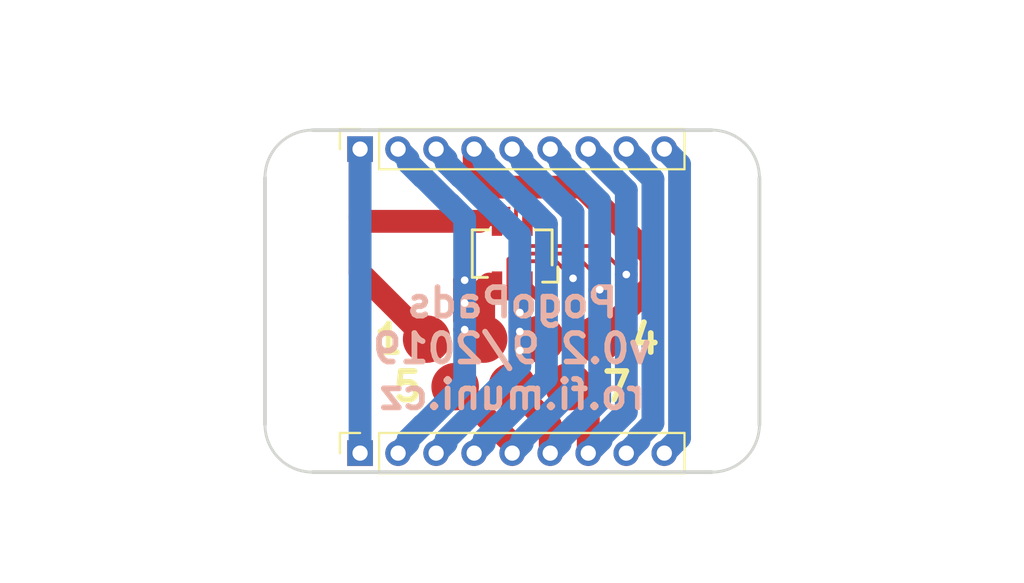
<source format=kicad_pcb>
(kicad_pcb (version 20211014) (generator pcbnew)
  (layers (0 "F.Cu" signal) (31 "B.Cu" signal) (34 "B.Paste" user) (35 "F.Paste" user) (36 "B.SilkS" user "B.Silkscreen") (37 "F.SilkS" user "F.Silkscreen") (38 "B.Mask" user) (39 "F.Mask" user) (44 "Edge.Cuts" user))
  (net 0 "")
  (net 1 "1")
  (net 2 "2")
  (net 3 "3")
  (net 4 "4")
  (net 5 "5")
  (net 6 "6")
  (net 7 "7")
  (net 8 "8")
  (net 9 "9")
  (net 10 "Net-(J4-Pad6)")
  (footprint "rofi:pogo_pads_4_3" (layer "F.Cu") (at 118.5 70)
    (fp_text reference "J3" hide)
    (fp_text value "POGO")
    (pad "1" smd circle (at -4.5 0) (size 2.5 2.5) (layers "F.Cu" "F.Paste" "F.Mask") (net 1 "1"))
    (pad "2" smd circle (at -1.5 0) (size 2.5 2.5) (layers "F.Cu" "F.Paste" "F.Mask") (net 2 "2"))
    (pad "3" smd circle (at 1.5 0) (size 2.5 2.5) (layers "F.Cu" "F.Paste" "F.Mask") (net 3 "3"))
    (pad "4" smd circle (at 4.5 0) (size 2.5 2.5) (layers "F.Cu" "F.Paste" "F.Mask") (net 4 "4"))
    (pad "5" smd circle (at -3 2.5) (size 2.5 2.5) (layers "F.Cu" "F.Paste" "F.Mask") (net 5 "5"))
    (pad "6" smd circle (at 0 2.5) (size 2.5 2.5) (layers "F.Cu" "F.Paste" "F.Mask") (net 6 "6"))
    (pad "7" smd circle (at 3 2.5) (size 2.5 2.5) (layers "F.Cu" "F.Paste" "F.Mask") (net 7 "7"))
  )
  (footprint "MountingHole:MountingHole_2mm" (layer "F.Cu") (at 129.2 68)
    (fp_text reference "H1" hide)
    (fp_text value "MountingHole")
    (pad "" np_thru_hole circle locked (at 0 0) (size 2 2) (drill 2) (layers *.Cu *.Mask))
  )
  (footprint "MountingHole:MountingHole_2mm" (layer "F.Cu") (at 107.8 67.9)
    (fp_text reference "H2" hide)
    (fp_text value "MountingHole")
    (pad "" np_thru_hole circle locked (at 0 0) (size 2 2) (drill 2) (layers *.Cu *.Mask))
  )
  (footprint "Connector_PinSocket_2.00mm:PinSocket_1x09_P2.00mm_Vertical" (layer "F.Cu") (at 110.5 76 90)
    (fp_text reference "J1" hide)
    (fp_text value "IN")
    (fp_line (start 1.06 -1.06) (end 1.06 0) (layer "F.SilkS") (width 0.12))
    (fp_line (start -1.06 1) (end 1.06 1) (layer "F.SilkS") (width 0.12))
    (fp_line (start -1.06 1) (end -1.06 17.06) (layer "F.SilkS") (width 0.12))
    (fp_line (start 1.06 1) (end 1.06 17.06) (layer "F.SilkS") (width 0.12))
    (fp_line (start -1.06 17.06) (end 1.06 17.06) (layer "F.SilkS") (width 0.12))
    (fp_line (start 0 -1.06) (end 1.06 -1.06) (layer "F.SilkS") (width 0.12))
    (pad "1" thru_hole rect locked (at 0 0 90) (size 1.35 1.35) (drill 0.8) (layers *.Cu *.Mask) (net 1 "1"))
    (pad "2" thru_hole oval locked (at 0 2 90) (size 1.35 1.35) (drill 0.8) (layers *.Cu *.Mask) (net 2 "2"))
    (pad "3" thru_hole oval locked (at 0 4 90) (size 1.35 1.35) (drill 0.8) (layers *.Cu *.Mask) (net 3 "3"))
    (pad "4" thru_hole oval locked (at 0 6 90) (size 1.35 1.35) (drill 0.8) (layers *.Cu *.Mask) (net 4 "4"))
    (pad "5" thru_hole oval locked (at 0 8 90) (size 1.35 1.35) (drill 0.8) (layers *.Cu *.Mask) (net 5 "5"))
    (pad "6" thru_hole oval locked (at 0 10 90) (size 1.35 1.35) (drill 0.8) (layers *.Cu *.Mask) (net 6 "6"))
    (pad "7" thru_hole oval locked (at 0 12 90) (size 1.35 1.35) (drill 0.8) (layers *.Cu *.Mask) (net 7 "7"))
    (pad "8" thru_hole oval locked (at 0 14 90) (size 1.35 1.35) (drill 0.8) (layers *.Cu *.Mask) (net 8 "8"))
    (pad "9" thru_hole oval locked (at 0 16 90) (size 1.35 1.35) (drill 0.8) (layers *.Cu *.Mask) (net 9 "9"))
  )
  (footprint "Connector_PinSocket_2.00mm:PinSocket_1x09_P2.00mm_Vertical" (layer "F.Cu") (at 110.5 60 90)
    (fp_text reference "J2" hide)
    (fp_text value "OUT")
    (fp_line (start -1.06 1) (end 1.06 1) (layer "F.SilkS") (width 0.12))
    (fp_line (start -1.06 1) (end -1.06 17.06) (layer "F.SilkS") (width 0.12))
    (fp_line (start 1.06 -1.06) (end 1.06 0) (layer "F.SilkS") (width 0.12))
    (fp_line (start 0 -1.06) (end 1.06 -1.06) (layer "F.SilkS") (width 0.12))
    (fp_line (start 1.06 1) (end 1.06 17.06) (layer "F.SilkS") (width 0.12))
    (fp_line (start -1.06 17.06) (end 1.06 17.06) (layer "F.SilkS") (width 0.12))
    (pad "1" thru_hole rect locked (at 0 0 90) (size 1.35 1.35) (drill 0.8) (layers *.Cu *.Mask) (net 1 "1"))
    (pad "2" thru_hole oval locked (at 0 2 90) (size 1.35 1.35) (drill 0.8) (layers *.Cu *.Mask) (net 2 "2"))
    (pad "3" thru_hole oval locked (at 0 4 90) (size 1.35 1.35) (drill 0.8) (layers *.Cu *.Mask) (net 3 "3"))
    (pad "4" thru_hole oval locked (at 0 6 90) (size 1.35 1.35) (drill 0.8) (layers *.Cu *.Mask) (net 4 "4"))
    (pad "5" thru_hole oval locked (at 0 8 90) (size 1.35 1.35) (drill 0.8) (layers *.Cu *.Mask) (net 5 "5"))
    (pad "6" thru_hole oval locked (at 0 10 90) (size 1.35 1.35) (drill 0.8) (layers *.Cu *.Mask) (net 6 "6"))
    (pad "7" thru_hole oval locked (at 0 12 90) (size 1.35 1.35) (drill 0.8) (layers *.Cu *.Mask) (net 7 "7"))
    (pad "8" thru_hole oval locked (at 0 14 90) (size 1.35 1.35) (drill 0.8) (layers *.Cu *.Mask) (net 8 "8"))
    (pad "9" thru_hole oval locked (at 0 16 90) (size 1.35 1.35) (drill 0.8) (layers *.Cu *.Mask) (net 9 "9"))
  )
  (footprint "rofi:molex-505004-0812" (layer "F.Cu") (at 118.5 65.5 180)
    (fp_text reference "J4" hide)
    (fp_text value "Molex")
    (fp_line (start -2.4 -1.5) (end -2.4 -0.7) (layer "F.SilkS") (width 0.15))
    (fp_line (start -2.1 -0.6) (end -2.1 1.25) (layer "F.SilkS") (width 0.15))
    (fp_line (start -1.6 -1.5) (end -2.4 -1.5) (layer "F.SilkS") (width 0.15))
    (fp_line (start 2.1 -1.25) (end 1.3 -1.25) (layer "F.SilkS") (width 0.15))
    (fp_line (start 2.1 1.25) (end 2.1 -1.25) (layer "F.SilkS") (width 0.15))
    (fp_line (start 1.2 1.25) (end 2.1 1.25) (layer "F.SilkS") (width 0.15))
    (fp_line (start -2.1 1.25) (end -1.2 1.25) (layer "F.SilkS") (width 0.15))
    (pad "1" smd rect (at -0.8 -1.7 180) (size 0.55 1.524) (layers "F.Cu" "F.Paste" "F.Mask") (net 3 "3"))
    (pad "2" smd rect (at -0.8 1.7 180) (size 0.55 1.524) (layers "F.Cu" "F.Paste" "F.Mask") (net 4 "4"))
    (pad "3" smd rect (at -0.2 -1.7 180) (size 0.2 1.524) (layers "F.Cu" "F.Paste" "F.Mask") (net 5 "5"))
    (pad "4" smd rect (at -0.2 1.7 180) (size 0.2 1.524) (layers "F.Cu" "F.Paste" "F.Mask") (net 7 "7"))
    (pad "5" smd rect (at 0.2 -1.7 180) (size 0.2 1.524) (layers "F.Cu" "F.Paste" "F.Mask") (net 6 "6"))
    (pad "6" smd rect (at 0.2 1.7 180) (size 0.2 1.524) (layers "F.Cu" "F.Paste" "F.Mask") (net 10 "Net-(J4-Pad6)"))
    (pad "7" smd rect (at 0.8 -1.7 180) (size 0.55 1.524) (layers "F.Cu" "F.Paste" "F.Mask") (net 2 "2"))
    (pad "8" smd rect (at 0.8 1.7 180) (size 0.55 1.524) (layers "F.Cu" "F.Paste" "F.Mask") (net 1 "1"))
  )
  (gr_line (start 108 59) (end 129 59) (layer "Edge.Cuts") (width 0.2))
  (gr_arc (start 105.5 61.5) (mid 106.232233 59.732233) (end 108 59) (layer "Edge.Cuts") (width 0.15))
  (gr_line (start 105.5 61.5) (end 105.5 74.5) (layer "Edge.Cuts") (width 0.2))
  (gr_line (start 131.5 74.5) (end 131.5 61.5) (layer "Edge.Cuts") (width 0.2))
  (gr_arc (start 108 77) (mid 106.232233 76.267767) (end 105.5 74.5) (layer "Edge.Cuts") (width 0.15))
  (gr_line (start 108 77) (end 129 77) (layer "Edge.Cuts") (width 0.2))
  (gr_arc (start 129 59) (mid 130.767767 59.732233) (end 131.5 61.5) (layer "Edge.Cuts") (width 0.15))
  (gr_arc (start 131.5 74.5) (mid 130.767767 76.267767) (end 129 77) (layer "Edge.Cuts") (width 0.15))
  (gr_text "PogoPads\nv0.2 9/2019\nro.fi.muni.cz" (at 118.5 70.5) (layer "B.SilkS") (effects (font (size 1.5 1.5) (thickness 0.3)) (justify mirror)))
  (gr_text "4" (at 125.5 70) (layer "F.SilkS") (effects (font (size 1.5 1.5) (thickness 0.3))))
  (gr_text "7" (at 124 72.5) (layer "F.SilkS") (effects (font (size 1.5 1.5) (thickness 0.3))))
  (gr_text "5" (at 113 72.5) (layer "F.SilkS") (effects (font (size 1.5 1.5) (thickness 0.3))))
  (gr_text "1" (at 112 70) (layer "F.SilkS") (effects (font (size 1.5 1.5) (thickness 0.3))))
  (segment (start 110.725 63.8) (end 110.5 63.575) (width 1.2) (layer "F.Cu") (net 1))
  (segment (start 110.5 66.5) (end 114 70) (width 1.2) (layer "F.Cu") (net 1))
  (segment (start 110.5 63.575) (end 110.5 66.5) (width 1.2) (layer "F.Cu") (net 1))
  (segment (start 116.8 63.8) (end 110.725 63.8) (width 1.2) (layer "F.Cu") (net 1))
  (segment (start 110.5 63.575) (end 110.5 60.8) (width 1.2) (layer "F.Cu") (net 1))
  (segment (start 116.8 63.8) (end 117.7 63.8) (width 0.5) (layer "F.Cu") (net 1))
  (segment (start 110.5 60) (end 110.5 76) (width 1.2) (layer "B.Cu") (net 1))
  (segment (start 116.000002 69.000002) (end 116.000002 66.900002) (width 1.2) (layer "F.Cu") (net 2))
  (segment (start 117 67.4) (end 117 70) (width 1.2) (layer "F.Cu") (net 2))
  (segment (start 116.000002 69.000002) (end 117 70) (width 1.2) (layer "F.Cu") (net 2))
  (segment (start 116.000002 68.1) (end 116.000002 69.000002) (width 1.2) (layer "F.Cu") (net 2))
  (segment (start 117 67.9) (end 117.7 67.2) (width 0.5) (layer "F.Cu") (net 2))
  (segment (start 116.000002 66.900002) (end 116 66.9) (width 1.2) (layer "F.Cu") (net 2))
  (segment (start 117.3 67.1) (end 117 67.4) (width 1.2) (layer "F.Cu") (net 2))
  (segment (start 116.5 70) (end 116 69.5) (width 1.2) (layer "F.Cu") (net 2))
  (segment (start 117 70) (end 116.5 70) (width 1.2) (layer "F.Cu") (net 2))
  (segment (start 117 69.743998) (end 117 70) (width 1.5) (layer "F.Cu") (net 2))
  (segment (start 116.000002 68.1) (end 116.000002 66.900002) (width 1.2) (layer "F.Cu") (net 2))
  (segment (start 117 69.454594) (end 117 70) (width 1.5) (layer "F.Cu") (net 2))
  (via (at 116.000002 68.1) (size 0.8) (drill 0.4) (layers "F.Cu" "B.Cu") (net 2))
  (via (at 116 69.5) (size 0.8) (drill 0.4) (layers "F.Cu" "B.Cu") (net 2))
  (via (at 116 66.9) (size 0.8) (drill 0.4) (layers "F.Cu" "B.Cu") (net 2))
  (segment (start 113.024999 60.708001) (end 113.791999 61.475001) (width 1.2) (layer "B.Cu") (net 2))
  (segment (start 116 69.5) (end 116 72.337086) (width 1.2) (layer "B.Cu") (net 2))
  (segment (start 112.5 60) (end 113.024999 60.524999) (width 1.2) (layer "B.Cu") (net 2))
  (segment (start 115.232184 62.875011) (end 116 63.642827) (width 1.2) (layer "B.Cu") (net 2))
  (segment (start 113.024999 75.291999) (end 113.024999 75.475001) (width 1.2) (layer "B.Cu") (net 2))
  (segment (start 113.024999 75.475001) (end 112.5 76) (width 1.2) (layer "B.Cu") (net 2))
  (segment (start 113.024999 60.524999) (end 113.024999 60.708001) (width 1.2) (layer "B.Cu") (net 2))
  (segment (start 115.212096 62.875011) (end 115.232184 62.875011) (width 1.2) (layer "B.Cu") (net 2))
  (segment (start 113.791999 61.475001) (end 113.812086 61.475001) (width 1.2) (layer "B.Cu") (net 2))
  (segment (start 113.812087 74.524999) (end 113.791999 74.524999) (width 1.2) (layer "B.Cu") (net 2))
  (segment (start 113.812086 61.475001) (end 115.212096 62.875011) (width 1.2) (layer "B.Cu") (net 2))
  (segment (start 116 63.642827) (end 116 69.5) (width 1.2) (layer "B.Cu") (net 2))
  (segment (start 116 72.337086) (end 113.812087 74.524999) (width 1.2) (layer "B.Cu") (net 2))
  (segment (start 113.791999 74.524999) (end 113.024999 75.291999) (width 1.2) (layer "B.Cu") (net 2))
  (segment (start 120 70) (end 119.3 70) (width 0.5) (layer "F.Cu") (net 3))
  (segment (start 120 70) (end 120 69.743998) (width 1.5) (layer "F.Cu") (net 3))
  (segment (start 119.3 70) (end 118.89994 69.59994) (width 0.5) (layer "F.Cu") (net 3))
  (segment (start 120 69.7) (end 118.89994 68.59994) (width 0.5) (layer "F.Cu") (net 3))
  (segment (start 120 70) (end 120 67.9) (width 0.5) (layer "F.Cu") (net 3))
  (segment (start 120 67.9) (end 119.3 67.2) (width 0.5) (layer "F.Cu") (net 3))
  (segment (start 119.5 70) (end 118.9 70.6) (width 0.5) (layer "F.Cu") (net 3))
  (segment (start 120 70) (end 119.5 70) (width 0.5) (layer "F.Cu") (net 3))
  (segment (start 120 70) (end 120 69.7) (width 0.5) (layer "F.Cu") (net 3))
  (via (at 118.89994 68.59994) (size 0.8) (drill 0.4) (layers "F.Cu" "B.Cu") (net 3))
  (via (at 118.9 70.6) (size 0.8) (drill 0.4) (layers "F.Cu" "B.Cu") (net 3))
  (via (at 118.89994 69.59994) (size 0.8) (drill 0.4) (layers "F.Cu" "B.Cu") (net 3))
  (segment (start 118.89994 68.59994) (end 118.89994 64.522679) (width 1.2) (layer "B.Cu") (net 3))
  (segment (start 118.652282 64.275021) (end 118.632193 64.275021) (width 1.2) (layer "B.Cu") (net 3))
  (segment (start 118.632193 64.275021) (end 117.232184 62.875011) (width 1.2) (layer "B.Cu") (net 3))
  (segment (start 117.212096 62.875011) (end 115.812086 61.475001) (width 1.2) (layer "B.Cu") (net 3))
  (segment (start 118.89994 64.522679) (end 118.652282 64.275021) (width 1.2) (layer "B.Cu") (net 3))
  (segment (start 115.024999 60.708001) (end 115.024999 60.524999) (width 1.2) (layer "B.Cu") (net 3))
  (segment (start 114.5 76) (end 115.024999 75.475001) (width 1.2) (layer "B.Cu") (net 3))
  (segment (start 115.791999 61.475001) (end 115.024999 60.708001) (width 1.2) (layer "B.Cu") (net 3))
  (segment (start 117.232184 62.875011) (end 117.212096 62.875011) (width 1.2) (layer "B.Cu") (net 3))
  (segment (start 115.024999 60.524999) (end 114.5 60) (width 1.2) (layer "B.Cu") (net 3))
  (segment (start 118.89994 69.59994) (end 118.89994 68.59994) (width 1.2) (layer "B.Cu") (net 3))
  (segment (start 115.812086 61.475001) (end 115.791999 61.475001) (width 1.2) (layer "B.Cu") (net 3))
  (segment (start 115.024999 75.475001) (end 115.024999 75.291999) (width 1.2) (layer "B.Cu") (net 3))
  (segment (start 118.89994 71.417058) (end 118.89994 69.59994) (width 1.2) (layer "B.Cu") (net 3))
  (segment (start 115.024999 75.291999) (end 118.89994 71.417058) (width 1.2) (layer "B.Cu") (net 3))
  (segment (start 122.176002 62) (end 125.800001 65.623999) (width 1.2) (layer "F.Cu") (net 4))
  (segment (start 119.3 62) (end 122.176002 62) (width 1.2) (layer "F.Cu") (net 4))
  (segment (start 117.5 62) (end 119.3 62) (width 1.2) (layer "F.Cu") (net 4))
  (segment (start 125.800001 65.623999) (end 125.800001 67.199999) (width 1.2) (layer "F.Cu") (net 4))
  (segment (start 116.5 60) (end 116.5 61) (width 1.2) (layer "F.Cu") (net 4))
  (segment (start 124.249999 68.750001) (end 123 70) (width 1.2) (layer "F.Cu") (net 4))
  (segment (start 116.5 61) (end 117.5 62) (width 1.2) (layer "F.Cu") (net 4))
  (segment (start 119.3 63.8) (end 119.3 62) (width 0.5) (layer "F.Cu") (net 4))
  (segment (start 125.800001 67.199999) (end 124.249999 68.750001) (width 1.2) (layer "F.Cu") (net 4))
  (segment (start 119.232183 73.124989) (end 119.212096 73.124989) (width 1.2) (layer "B.Cu") (net 4))
  (segment (start 119.212096 73.124989) (end 117.812086 74.524999) (width 1.2) (layer "B.Cu") (net 4))
  (segment (start 119.212096 62.875011) (end 119.232184 62.875011) (width 1.2) (layer "B.Cu") (net 4))
  (segment (start 119.232184 62.875011) (end 120.29995 63.942777) (width 1.2) (layer "B.Cu") (net 4))
  (segment (start 117.024999 60.708001) (end 117.791999 61.475001) (width 1.2) (layer "B.Cu") (net 4))
  (segment (start 120.29995 63.942777) (end 120.29995 72.057222) (width 1.2) (layer "B.Cu") (net 4))
  (segment (start 120.29995 72.057222) (end 119.232183 73.124989) (width 1.2) (layer "B.Cu") (net 4))
  (segment (start 117.791999 74.524999) (end 117.024999 75.291999) (width 1.2) (layer "B.Cu") (net 4))
  (segment (start 117.812086 61.475001) (end 119.212096 62.875011) (width 1.2) (layer "B.Cu") (net 4))
  (segment (start 116.5 60) (end 117.024999 60.524999) (width 1.2) (layer "B.Cu") (net 4))
  (segment (start 117.791999 61.475001) (end 117.812086 61.475001) (width 1.2) (layer "B.Cu") (net 4))
  (segment (start 117.024999 75.291999) (end 117.024999 75.475001) (width 1.2) (layer "B.Cu") (net 4))
  (segment (start 117.024999 75.475001) (end 116.5 76) (width 1.2) (layer "B.Cu") (net 4))
  (segment (start 117.812086 74.524999) (end 117.791999 74.524999) (width 1.2) (layer "B.Cu") (net 4))
  (segment (start 117.024999 60.524999) (end 117.024999 60.708001) (width 1.2) (layer "B.Cu") (net 4))
  (segment (start 120.8 65.9) (end 121.7 66.8) (width 0.2) (layer "F.Cu") (net 5))
  (segment (start 119.022998 65.9) (end 120.8 65.9) (width 0.2) (layer "F.Cu") (net 5))
  (segment (start 118.7 67.2) (end 118.7 66.222998) (width 0.2) (layer "F.Cu") (net 5))
  (segment (start 118.7 66.222998) (end 119.022998 65.9) (width 0.2) (layer "F.Cu") (net 5))
  (segment (start 115.5 72.5) (end 118.5 75.5) (width 1.2) (layer "F.Cu") (net 5))
  (via (at 121.7 66.8) (size 0.8) (drill 0.4) (layers "F.Cu" "B.Cu") (net 5))
  (segment (start 118.5 60) (end 119.024999 60.524999) (width 1.2) (layer "B.Cu") (net 5))
  (segment (start 121.212096 62.875011) (end 121.232184 62.875011) (width 1.2) (layer "B.Cu") (net 5))
  (segment (start 119.791999 61.475001) (end 119.812086 61.475001) (width 1.2) (layer "B.Cu") (net 5))
  (segment (start 119.024999 60.708001) (end 119.791999 61.475001) (width 1.2) (layer "B.Cu") (net 5))
  (segment (start 121.69996 72.657213) (end 121.232184 73.124989) (width 1.2) (layer "B.Cu") (net 5))
  (segment (start 121.212096 73.124989) (end 119.812086 74.524999) (width 1.2) (layer "B.Cu") (net 5))
  (segment (start 119.812086 74.524999) (end 119.791999 74.524999) (width 1.2) (layer "B.Cu") (net 5))
  (segment (start 121.69996 63.342787) (end 121.69996 72.657213) (width 1.2) (layer "B.Cu") (net 5))
  (segment (start 119.024999 75.475001) (end 118.5 76) (width 1.2) (layer "B.Cu") (net 5))
  (segment (start 119.812086 61.475001) (end 121.212096 62.875011) (width 1.2) (layer "B.Cu") (net 5))
  (segment (start 119.791999 74.524999) (end 119.024999 75.291999) (width 1.2) (layer "B.Cu") (net 5))
  (segment (start 121.232184 62.875011) (end 121.69996 63.342787) (width 1.2) (layer "B.Cu") (net 5))
  (segment (start 119.024999 75.291999) (end 119.024999 75.475001) (width 1.2) (layer "B.Cu") (net 5))
  (segment (start 119.024999 60.524999) (end 119.024999 60.708001) (width 1.2) (layer "B.Cu") (net 5))
  (segment (start 121.232184 73.124989) (end 121.212096 73.124989) (width 1.2) (layer "B.Cu") (net 5))
  (segment (start 118.5 72.5) (end 120.5 74.5) (width 1.2) (layer "F.Cu") (net 6))
  (segment (start 118.6 65.5) (end 121.765685 65.5) (width 0.2) (layer "F.Cu") (net 6))
  (segment (start 120.5 74.5) (end 120.5 76) (width 1.2) (layer "F.Cu") (net 6))
  (segment (start 118.3 67.2) (end 118.3 65.8) (width 0.2) (layer "F.Cu") (net 6))
  (segment (start 121.765685 65.5) (end 123.09997 66.834285) (width 0.2) (layer "F.Cu") (net 6))
  (segment (start 118.3 65.8) (end 118.6 65.5) (width 0.2) (layer "F.Cu") (net 6))
  (segment (start 123.09997 66.834285) (end 123.09997 67.39997) (width 0.2) (layer "F.Cu") (net 6))
  (segment (start 118.5 72.5) (end 118.5 72.756002) (width 1.5) (layer "F.Cu") (net 6))
  (via (at 123.09997 67.39997) (size 0.8) (drill 0.4) (layers "F.Cu" "B.Cu") (net 6))
  (segment (start 121.024999 60.524999) (end 121.024999 60.708001) (width 1.2) (layer "B.Cu") (net 6))
  (segment (start 121.791999 74.524999) (end 121.024999 75.291999) (width 1.2) (layer "B.Cu") (net 6))
  (segment (start 123.09997 62.762885) (end 123.09997 67.39997) (width 1.2) (layer "B.Cu") (net 6))
  (segment (start 121.791999 61.475001) (end 121.812086 61.475001) (width 1.2) (layer "B.Cu") (net 6))
  (segment (start 121.024999 75.475001) (end 120.5 76) (width 1.2) (layer "B.Cu") (net 6))
  (segment (start 121.024999 60.708001) (end 121.791999 61.475001) (width 1.2) (layer "B.Cu") (net 6))
  (segment (start 123.09997 73.237115) (end 121.812086 74.524999) (width 1.2) (layer "B.Cu") (net 6))
  (segment (start 123.09997 67.39997) (end 123.09997 73.237115) (width 1.2) (layer "B.Cu") (net 6))
  (segment (start 120.5 60) (end 121.024999 60.524999) (width 1.2) (layer "B.Cu") (net 6))
  (segment (start 121.024999 75.291999) (end 121.024999 75.475001) (width 1.2) (layer "B.Cu") (net 6))
  (segment (start 121.812086 74.524999) (end 121.791999 74.524999) (width 1.2) (layer "B.Cu") (net 6))
  (segment (start 121.812086 61.475001) (end 123.09997 62.762885) (width 1.2) (layer "B.Cu") (net 6))
  (segment (start 122.5 73.5) (end 122.5 76) (width 1.2) (layer "F.Cu") (net 7))
  (segment (start 124.099981 66.199947) (end 124.49998 66.599946) (width 0.2) (layer "F.Cu") (net 7))
  (segment (start 123.000034 65.1) (end 124.099981 66.199947) (width 0.2) (layer "F.Cu") (net 7))
  (segment (start 121.5 72.5) (end 122.5 73.5) (width 1.2) (layer "F.Cu") (net 7))
  (segment (start 119.038 65.1) (end 123.000034 65.1) (width 0.2) (layer "F.Cu") (net 7))
  (segment (start 118.7 64.762) (end 119.038 65.1) (width 0.2) (layer "F.Cu") (net 7))
  (segment (start 118.7 63.8) (end 118.7 64.762) (width 0.2) (layer "F.Cu") (net 7))
  (via (at 124.49998 66.599946) (size 0.8) (drill 0.4) (layers "F.Cu" "B.Cu") (net 7))
  (segment (start 124.49998 62.162894) (end 124.49998 66.034261) (width 1.2) (layer "B.Cu") (net 7))
  (segment (start 123.174999 75.162086) (end 124.49998 73.837105) (width 1.2) (layer "B.Cu") (net 7))
  (segment (start 123.174999 75.325001) (end 123.174999 75.162086) (width 1.2) (layer "B.Cu") (net 7))
  (segment (start 123.174999 60.837913) (end 124.49998 62.162894) (width 1.2) (layer "B.Cu") (net 7))
  (segment (start 124.49998 66.034261) (end 124.49998 66.599946) (width 1.2) (layer "B.Cu") (net 7))
  (segment (start 123.174999 60.674999) (end 123.174999 60.837913) (width 1.2) (layer "B.Cu") (net 7))
  (segment (start 124.49998 67.165631) (end 124.49998 66.599946) (width 1.2) (layer "B.Cu") (net 7))
  (segment (start 124.49998 73.837105) (end 124.49998 67.165631) (width 1.2) (layer "B.Cu") (net 7))
  (segment (start 122.5 76) (end 123.174999 75.325001) (width 1.2) (layer "B.Cu") (net 7))
  (segment (start 122.5 60) (end 123.174999 60.674999) (width 1.2) (layer "B.Cu") (net 7))
  (segment (start 125.90001 74.416989) (end 125.174999 75.142) (width 1.2) (layer "B.Cu") (net 8))
  (segment (start 125.90001 61.58301) (end 125.90001 74.416989) (width 1.2) (layer "B.Cu") (net 8))
  (segment (start 125.174999 75.325001) (end 124.5 76) (width 1.2) (layer "B.Cu") (net 8))
  (segment (start 125.174999 75.142) (end 125.174999 75.325001) (width 1.2) (layer "B.Cu") (net 8))
  (segment (start 125.174999 60.857999) (end 125.90001 61.58301) (width 1.2) (layer "B.Cu") (net 8))
  (segment (start 125.174999 60.674999) (end 125.174999 60.857999) (width 1.2) (layer "B.Cu") (net 8))
  (segment (start 124.5 60) (end 125.174999 60.674999) (width 1.2) (layer "B.Cu") (net 8))
  (segment (start 127.30002 60.80002) (end 127.30002 75.19998) (width 1.2) (layer "B.Cu") (net 9))
  (segment (start 126.5 60) (end 127.30002 60.80002) (width 1.2) (layer "B.Cu") (net 9))
  (segment (start 127.30002 75.19998) (end 127.174999 75.325001) (width 1.2) (layer "B.Cu") (net 9))
  (segment (start 127.174999 75.325001) (end 126.5 76) (width 1.2) (layer "B.Cu") (net 9))
)
</source>
